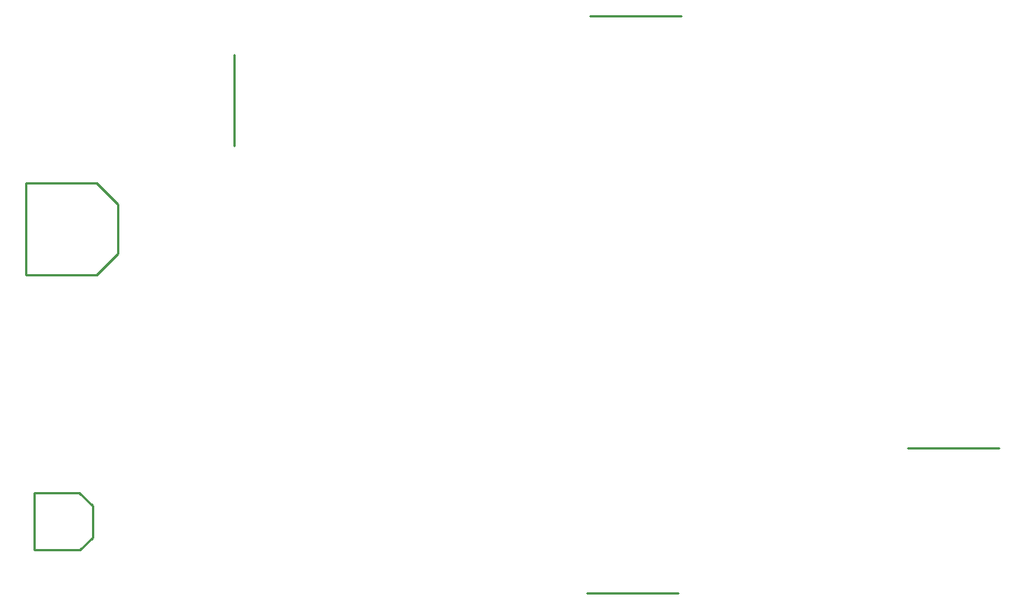
<source format=gbr>
%TF.GenerationSoftware,Altium Limited,Altium Designer,19.1.8 (144)*%
G04 Layer_Color=32768*
%FSLAX26Y26*%
%MOIN*%
%TF.FileFunction,Other,Mechanical_3*%
%TF.Part,Single*%
G01*
G75*
%TA.AperFunction,NonConductor*%
%ADD43C,0.010000*%
D43*
X4028347Y1455512D02*
X4428346D01*
X2622835Y816142D02*
X3022835D01*
X2634646Y3351575D02*
X3034646D01*
X1075984Y2780315D02*
Y3180315D01*
X199803Y1258858D02*
X396654D01*
X199803Y1006890D02*
Y1258858D01*
X400591Y1006890D02*
X455709Y1062008D01*
X199803Y1006890D02*
X400591D01*
X396654Y1258858D02*
X455709Y1199803D01*
Y1062008D02*
Y1199803D01*
X161417Y2213583D02*
Y2619095D01*
X472441D01*
X566929Y2524606D01*
Y2308071D02*
Y2524606D01*
X472441Y2213583D02*
X566929Y2308071D01*
X161417Y2213583D02*
X472441D01*
%TF.MD5,56f884420f851bca73b3b63ab3b4ed26*%
M02*

</source>
